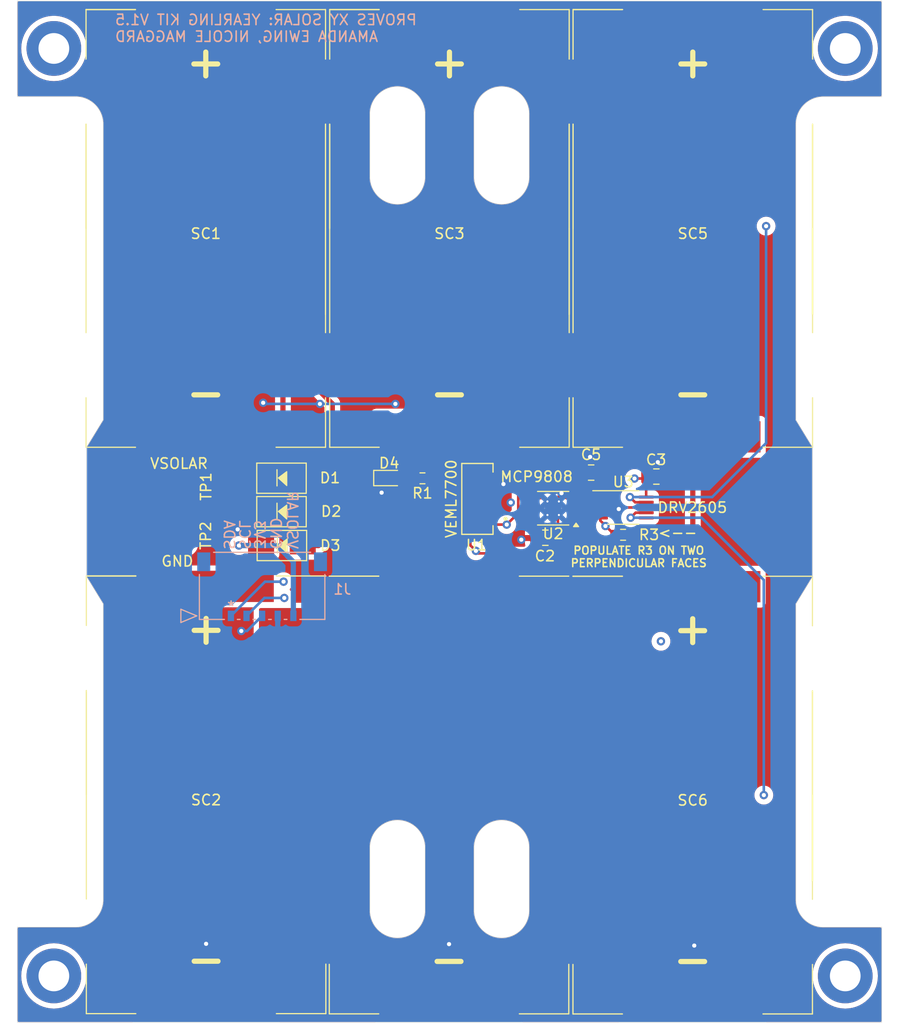
<source format=kicad_pcb>
(kicad_pcb (version 20240108) (generator "pcbnew") (generator_version "8.0")
  (title_block (title "Yearling Kit XY Faces") (date "2023-03-20") (rev "3.0"))
  (layers (0 "F.Cu" signal) (1 "In1.Cu" signal) (2 "In2.Cu" signal) (31 "B.Cu" signal) (34 "B.Paste" user) (35 "F.Paste" user) (36 "B.SilkS" user "B.Silkscreen") (37 "F.SilkS" user "F.Silkscreen") (38 "B.Mask" user) (39 "F.Mask" user) (44 "Edge.Cuts" user))
  (net 0 "")
  (net 1 "GND")
  (net 2 "+3V3")
  (net 3 "VSOLAR")
  (net 4 "Net-(U3-EN)")
  (net 5 "Net-(U3-REG)")
  (net 6 "Net-(D1-A)")
  (net 7 "Net-(D2-A)")
  (net 8 "SDA")
  (net 9 "SCL")
  (net 10 "Net-(D3-A)")
  (net 13 "Net-(D4-A)")
  (net 18 "Net-(SC1--)")
  (net 19 "Net-(SC3--)")
  (net 20 "Net-(SC5--)")
  (net 22 "Net-(U3-OUT+)")
  (footprint "SolarPanelBoards:MountingHoles" (layer "F.Cu") (at 106 70.3)
    (property "Reference" "J2" (at 0.54 0.01 0) (layer "F.SilkS"))
    (property "Value" "Conn_01x01")
    (pad "1" thru_hole circle (at 0.5 0) (size 5.25 5.25) (drill 2.95) (layers "*.Cu" "*.Mask"))
  )
  (footprint "SolarPanelBoards:MountingHoles" (layer "F.Cu") (at 106 159.3)
    (property "Reference" "J3" (at 0.42 0.13 0) (layer "F.SilkS"))
    (property "Value" "Conn_01x01")
    (pad "1" thru_hole circle (at 0.5 0) (size 5.25 5.25) (drill 2.95) (layers "*.Cu" "*.Mask"))
  )
  (footprint "SolarPanelBoards:MountingHoles" (layer "F.Cu") (at 183 70.3)
    (property "Reference" "J4" (at -0.4 0.08 0) (layer "F.SilkS"))
    (property "Value" "Conn_01x01")
    (pad "1" thru_hole circle (at -0.5 0) (size 5.25 5.25) (drill 2.95) (layers "*.Cu" "*.Mask"))
  )
  (footprint "SolarPanelBoards:MountingHoles" (layer "F.Cu") (at 183 159.3)
    (property "Reference" "J5" (at -0.62 0.07 0) (layer "F.SilkS"))
    (property "Value" "Conn_01x01")
    (pad "1" thru_hole circle (at -0.5 0) (size 5.25 5.25) (drill 2.95) (layers "*.Cu" "*.Mask"))
  )
  (footprint "LOGO" (layer "F.Cu") (at 145.2 139.3)
    (property "Reference" "G***" (hide yes))
    (property "Value" "LOGO" (hide yes))
  )
  (footprint "Package_SO:MSOP-8-1EP_3x3mm_P0.65mm_EP1.5x1.8mm_ThermalVias" (layer "F.Cu") (at 154.45 114.42 180)
    (property "Reference" "U2" (at 0 -2.45 0) (layer "F.SilkS"))
    (property "Value" "MCP9808_DFN")
    (fp_line (start 0 1.61) (end 1.5 1.61) (stroke (width 0.12)) (layer "F.SilkS"))
    (fp_line (start 0 1.61) (end -1.5 1.61) (stroke (width 0.12)) (layer "F.SilkS"))
    (fp_line (start 0 -1.61) (end 1.5 -1.61) (stroke (width 0.12)) (layer "F.SilkS"))
    (fp_line (start 0 -1.61) (end -1.5 -1.61) (stroke (width 0.12)) (layer "F.SilkS"))
    (fp_poly (pts (xy -2.2 -1.435) (xy -2.44 -1.765) (xy -1.96 -1.765) (xy -2.2 -1.435)) (stroke (width 0.12)) (fill solid) (layer "F.SilkS"))
    (pad "1" smd roundrect (at -2.1125 -0.975 180) (size 1.575 0.4) (layers "F.Cu" "F.Paste" "F.Mask") (net 8 "SDA"))
    (pad "2" smd roundrect (at -2.1125 -0.325 180) (size 1.575 0.4) (layers "F.Cu" "F.Paste" "F.Mask") (net 9 "SCL"))
    (pad "3" smd roundrect (at -2.1125 0.325 180) (size 1.575 0.4) (layers "F.Cu" "F.Paste" "F.Mask"))
    (pad "4" smd roundrect (at -2.1125 0.975 180) (size 1.575 0.4) (layers "F.Cu" "F.Paste" "F.Mask") (net 1 "GND"))
    (pad "5" smd roundrect (at 2.1125 0.975 180) (size 1.575 0.4) (layers "F.Cu" "F.Paste" "F.Mask") (net 1 "GND"))
    (pad "6" smd roundrect (at 2.1125 0.325 180) (size 1.575 0.4) (layers "F.Cu" "F.Paste" "F.Mask") (net 2 "+3V3"))
    (pad "7" smd roundrect (at 2.1125 -0.325 180) (size 1.575 0.4) (layers "F.Cu" "F.Paste" "F.Mask") (net 2 "+3V3"))
    (pad "8" smd roundrect (at 2.1125 -0.975 180) (size 1.575 0.4) (layers "F.Cu" "F.Paste" "F.Mask") (net 2 "+3V3"))
    (pad "9" thru_hole circle (at -0.55 -0.65 180) (size 0.5 0.5) (drill 0.2) (property pad_prop_heatsink) (layers "*.Cu") (net 1 "GND"))
    (pad "9" thru_hole circle (at -0.55 0.65 180) (size 0.5 0.5) (drill 0.2) (property pad_prop_heatsink) (layers "*.Cu") (net 1 "GND"))
    (pad "9" smd rect (at 0 0 180) (size 1.5 1.8) (property pad_prop_heatsink) (layers "F.Cu" "F.Mask") (net 1 "GND"))
    (pad "9" smd rect (at 0 0 180) (size 1.6 1.8) (property pad_prop_heatsink) (layers "B.Cu") (net 1 "GND"))
    (pad "9" thru_hole circle (at 0.55 -0.65 180) (size 0.5 0.5) (drill 0.2) (property pad_prop_heatsink) (layers "*.Cu") (net 1 "GND"))
    (pad "9" thru_hole circle (at 0.55 0.65 180) (size 0.5 0.5) (drill 0.2) (property pad_prop_heatsink) (layers "*.Cu") (net 1 "GND"))
  )
  (footprint "SolarPanelBoards:KXOB101K08F-TR" (layer "F.Cu") (at 167.86 87.57)
    (property "Reference" "SC5" (at 0 0.5 0) (layer "F.SilkS"))
    (property "Value" "SM101K07TF")
    (fp_line (start -11.5 -21) (end -11.5 -16.25) (stroke (width 0.12)) (layer "F.SilkS"))
    (fp_line (start -11.5 -21) (end -6.75 -21) (stroke (width 0.12)) (layer "F.SilkS"))
    (fp_line (start -11.5 -10) (end -11.5 10) (stroke (width 0.12)) (layer "F.SilkS"))
    (fp_line (start -11.5 0) (end -11.5 -10) (stroke (width 0.12)) (layer "F.SilkS"))
    (fp_line (start -11.5 21) (end -11.5 16.25) (stroke (width 0.12)) (layer "F.SilkS"))
    (fp_line (start -11.5 21) (end -6.75 21) (stroke (width 0.12)) (layer "F.SilkS"))
    (fp_line (start -6.75 -21) (end -11.5 -21) (stroke (width 0.12)) (layer "F.SilkS"))
    (fp_line (start 6.75 -21) (end 11.5 -21) (stroke (width 0.12)) (layer "F.SilkS"))
    (fp_line (start 6.75 21) (end 11.5 21) (stroke (width 0.12)) (layer "F.SilkS"))
    (fp_line (start 11.5 -21) (end 11.5 -16.25) (stroke (width 0.12)) (layer "F.SilkS"))
    (fp_line (start 11.5 -10) (end 11.5 8.25) (stroke (width 0.12)) (layer "F.SilkS"))
    (fp_line (start 11.5 0) (end 11.5 -10) (stroke (width 0.12)) (layer "F.SilkS"))
    (fp_line (start 11.5 0) (end 11.5 10) (stroke (width 0.12)) (layer "F.SilkS"))
    (fp_line (start 11.5 8.25) (end 11.5 0) (stroke (width 0.12)) (layer "F.SilkS"))
    (fp_line (start 11.5 21) (end 11.5 16.25) (stroke (width 0.12)) (layer "F.SilkS"))
    (fp_text user "+" (at 0 -16 0) (layer "F.SilkS") (effects (font (size 3 3) (thickness 0.5))))
    (fp_text user "-" (at 0 15.75 0) (layer "F.SilkS") (effects (font (size 3 3) (thickness 0.5))))
    (pad "1" smd rect (at 0 -20) (size 13 3) (layers "F.Cu" "F.Paste" "F.Mask") (net 10 "Net-(D3-A)"))
    (pad "2" smd rect (at 0 20) (size 13 3) (layers "F.Cu" "F.Paste" "F.Mask") (net 20 "Net-(SC5--)"))
  )
  (footprint "SolarPanelBoards:Test Pad" (layer "F.Cu") (at 118.37 112.45 90)
    (property "Reference" "TP1" (at 0.11 2.75 90) (layer "F.SilkS"))
    (property "Value" "TestPoint")
    (pad "1" smd roundrect (at 0 0 90) (size 3 3) (layers "F.Cu" "F.Paste" "F.Mask") (net 3 "VSOLAR"))
  )
  (footprint "SolarPanelBoards:DO-214AC" (layer "F.Cu") (at 128.4 118)
    (property "Reference" "D3" (at 4.65 0 0) (layer "F.SilkS"))
    (property "Value" "CDBA240LL-HF")
    (fp_line (start -2.375 -1.45) (end 2.375 -1.45) (stroke (width 0.12)) (layer "F.SilkS"))
    (fp_line (start -2.375 1.45) (end -2.375 -1.45) (stroke (width 0.12)) (layer "F.SilkS"))
    (fp_line (start -2.375 1.45) (end 2.375 1.45) (stroke (width 0.12)) (layer "F.SilkS"))
    (fp_line (start -0.4318 -0.8128) (end -0.4318 0.7366) (stroke (width 0.12)) (layer "F.SilkS"))
    (fp_line (start 2.375 1.45) (end 2.375 -1.45) (stroke (width 0.12)) (layer "F.SilkS"))
    (fp_poly (pts (xy 0.508 0.7112) (xy -0.3048 -0.0254) (xy 0.508 -0.635)) (stroke (width 0.1)) (fill solid) (layer "F.SilkS"))
    (pad "1" smd rect (at -2 0) (size 2.5 1.7) (layers "F.Cu" "F.Paste" "F.Mask") (net 3 "VSOLAR"))
    (pad "2" smd rect (at 2 0) (size 2.5 1.7) (layers "F.Cu" "F.Paste" "F.Mask") (net 10 "Net-(D3-A)"))
  )
  (footprint "SolarPanelBoards:Test Pad" (layer "F.Cu") (at 118.36 117.05 90)
    (property "Reference" "TP2" (at 0 2.73 90) (layer "F.SilkS"))
    (property "Value" "TestPoint")
    (pad "1" smd roundrect (at 0 0 90) (size 3 3) (layers "F.Cu" "F.Paste" "F.Mask") (net 1 "GND"))
  )
  (footprint "SolarPanelBoards:DO-214AC" (layer "F.Cu") (at 128.36 111.54)
    (property "Reference" "D1" (at 4.66 -0.03 0) (layer "F.SilkS"))
    (property "Value" "CDBA240LL-HF")
    (fp_line (start -2.375 -1.45) (end 2.375 -1.45) (stroke (width 0.12)) (layer "F.SilkS"))
    (fp_line (start -2.375 1.45) (end -2.375 -1.45) (stroke (width 0.12)) (layer "F.SilkS"))
    (fp_line (start -2.375 1.45) (end 2.375 1.45) (stroke (width 0.12)) (layer "F.SilkS"))
    (fp_line (start -0.4318 -0.8128) (end -0.4318 0.7366) (stroke (width 0.12)) (layer "F.SilkS"))
    (fp_line (start 2.375 1.45) (end 2.375 -1.45) (stroke (width 0.12)) (layer "F.SilkS"))
    (fp_poly (pts (xy 0.508 0.7112) (xy -0.3048 -0.0254) (xy 0.508 -0.635)) (stroke (width 0.1)) (fill solid) (layer "F.SilkS"))
    (pad "1" smd rect (at -2 0) (size 2.5 1.7) (layers "F.Cu" "F.Paste" "F.Mask") (net 3 "VSOLAR"))
    (pad "2" smd rect (at 2 0) (size 2.5 1.7) (layers "F.Cu" "F.Paste" "F.Mask") (net 6 "Net-(D1-A)"))
  )
  (footprint "SolarPanelBoards:KXOB101K08F-TR" (layer "F.Cu") (at 144.49 87.57)
    (property "Reference" "SC3" (at 0 0.5 0) (layer "F.SilkS"))
    (property "Value" "SM101K07TF")
    (fp_line (start -11.5 -21) (end -11.5 -16.25) (stroke (width 0.12)) (layer "F.SilkS"))
    (fp_line (start -11.5 -21) (end -6.75 -21) (stroke (width 0.12)) (layer "F.SilkS"))
    (fp_line (start -11.5 -10) (end -11.5 10) (stroke (width 0.12)) (layer "F.SilkS"))
    (fp_line (start -11.5 0) (end -11.5 -10) (stroke (width 0.12)) (layer "F.SilkS"))
    (fp_line (start -11.5 21) (end -11.5 16.25) (stroke (width 0.12)) (layer "F.SilkS"))
    (fp_line (start -11.5 21) (end -6.75 21) (stroke (width 0.12)) (layer "F.SilkS"))
    (fp_line (start -6.75 -21) (end -11.5 -21) (stroke (width 0.12)) (layer "F.SilkS"))
    (fp_line (start 6.75 -21) (end 11.5 -21) (stroke (width 0.12)) (layer "F.SilkS"))
    (fp_line (start 6.75 21) (end 11.5 21) (stroke (width 0.12)) (layer "F.SilkS"))
    (fp_line (start 11.5 -21) (end 11.5 -16.25) (stroke (width 0.12)) (layer "F.SilkS"))
    (fp_line (start 11.5 -10) (end 11.5 8.25) (stroke (width 0.12)) (layer "F.SilkS"))
    (fp_line (start 11.5 0) (end 11.5 -10) (stroke (width 0.12)) (layer "F.SilkS"))
    (fp_line (start 11.5 0) (end 11.5 10) (stroke (width 0.12)) (layer "F.SilkS"))
    (fp_line (start 11.5 8.25) (end 11.5 0) (stroke (width 0.12)) (layer "F.SilkS"))
    (fp_line (start 11.5 21) (end 11.5 16.25) (stroke (width 0.12)) (layer "F.SilkS"))
    (fp_text user "-" (at 0 15.75 0) (layer "F.SilkS") (effects (font (size 3 3) (thickness 0.5))))
    (fp_text user "+" (at 0 -16 0) (layer "F.SilkS") (effects (font (size 3 3) (thickness 0.5))))
    (pad "1" smd rect (at 0 -20) (size 13 3) (layers "F.Cu" "F.Paste" "F.Mask") (net 7 "Net-(D2-A)"))
    (pad "2" smd rect (at 0 20) (size 13 3) (layers "F.Cu" "F.Paste" "F.Mask") (net 19 "Net-(SC3--)"))
  )
  (footprint "LOGO" (layer "F.Cu") (at 150.9 135.3)
    (property "Reference" "G***" (hide yes))
    (property "Value" "LOGO" (hide yes))
  )
  (footprint "SolarPanelBoards:KXOB101K08F-TR" (layer "F.Cu") (at 144.45 141.94)
    (property "Reference" "SC4" (hide yes))
    (property "Value" "SM101K07TF")
    (fp_line (start -11.5 -21) (end -6.75 -21) (stroke (width 0.12)) (layer "F.SilkS"))
    (fp_line (start -11.5 21) (end -11.5 16.25) (stroke (width 0.12)) (layer "F.SilkS"))
    (fp_line (start -11.5 21) (end -6.75 21) (stroke (width 0.12)) (layer "F.SilkS"))
    (fp_line (start -6.75 -21) (end -11.5 -21) (stroke (width 0.12)) (layer "F.SilkS"))
    (fp_line (start 6.75 -21) (end 11.5 -21) (stroke (width 0.12)) (layer "F.SilkS"))
    (fp_line (start 6.75 21) (end 11.5 21) (stroke (width 0.12)) (layer "F.SilkS"))
    (fp_line (start 11.5 21) (end 11.5 16.25) (stroke (width 0.12)) (layer "F.SilkS"))
    (fp_text user "-" (at 0 15.75 0) (layer "F.SilkS") (effects (font (size 3 3) (thickness 0.5))))
    (pad "1" smd rect (at 0 -20) (size 13 3) (layers "F.Cu" "F.Paste" "F.Mask") (net 19 "Net-(SC3--)"))
    (pad "2" smd rect (at 0 20) (size 13 3) (layers "F.Cu" "F.Paste" "F.Mask") (net 1 "GND"))
  )
  (footprint "SolarPanelBoards:KXOB101K08F-TR" (layer "F.Cu") (at 121.12 141.92)
    (property "Reference" "SC2" (at 0 0.5 0) (layer "F.SilkS"))
    (property "Value" "SM101K07TF")
    (fp_line (start -11.5 -21) (end -11.5 -16.25) (stroke (width 0.12)) (layer "F.SilkS"))
    (fp_line (start -11.5 -21) (end -6.75 -21) (stroke (width 0.12)) (layer "F.SilkS"))
    (fp_line (start -11.5 -10) (end -11.5 10) (stroke (width 0.12)) (layer "F.SilkS"))
    (fp_line (start -11.5 0) (end -11.5 -10) (stroke (width 0.12)) (layer "F.SilkS"))
    (fp_line (start -11.5 21) (end -11.5 16.25) (stroke (width 0.12)) (layer "F.SilkS"))
    (fp_line (start -11.5 21) (end -6.75 21) (stroke (width 0.12)) (layer "F.SilkS"))
    (fp_line (start -6.75 -21) (end -11.5 -21) (stroke (width 0.12)) (layer "F.SilkS"))
    (fp_line (start 6.75 -21) (end 11.5 -21) (stroke (width 0.12)) (layer "F.SilkS"))
    (fp_line (start 6.75 21) (end 11.5 21) (stroke (width 0.12)) (layer "F.SilkS"))
    (fp_line (start 11.5 21) (end 11.5 16.25) (stroke (width 0.12)) (layer "F.SilkS"))
    (fp_text user "+" (at 0 -16 0) (layer "F.SilkS") (effects (font (size 3 3) (thickness 0.5))))
    (fp_text user "-" (at 0 15.75 0) (layer "F.SilkS") (effects (font (size 3 3) (thickness 0.5))))
    (pad "1" smd rect (at 0 -20) (size 13 3) (layers "F.Cu" "F.Paste" "F.Mask") (net 18 "Net-(SC1--)"))
    (pad "2" smd rect (at 0 20) (size 13 3) (layers "F.Cu" "F.Paste" "F.Mask") (net 1 "GND"))
  )
  (footprint "SolarPanelBoards:DO-214AC" (layer "F.Cu") (at 128.36 114.75)
    (property "Reference" "D2" (at 4.77 -0.02 0) (layer "F.SilkS"))
    (property "Value" "CDBA240LL-HF")
    (fp_line (start -2.375 -1.45) (end 2.375 -1.45) (stroke (width 0.12)) (layer "F.SilkS"))
    (fp_line (start -2.375 1.45) (end -2.375 -1.45) (stroke (width 0.12)) (layer "F.SilkS"))
    (fp_line (start -2.375 1.45) (end 2.375 1.45) (stroke (width 0.12)) (layer "F.SilkS"))
    (fp_line (start -0.4318 -0.8128) (end -0.4318 0.7366) (stroke (width 0.12)) (layer "F.SilkS"))
    (fp_line (start 2.375 1.45) (end 2.375 -1.45) (stroke (width 0.12)) (layer "F.SilkS"))
    (fp_poly (pts (xy 0.508 0.7112) (xy -0.3048 -0.0254) (xy 0.508 -0.635)) (stroke (width 0.1)) (fill solid) (layer "F.SilkS"))
    (pad "1" smd rect (at -2 0) (size 2.5 1.7) (layers "F.Cu" "F.Paste" "F.Mask") (net 3 "VSOLAR"))
    (pad "2" smd rect (at 2 0) (size 2.5 1.7) (layers "F.Cu" "F.Paste" "F.Mask") (net 7 "Net-(D2-A)"))
  )
  (footprint "SolarPanelBoards:KXOB101K08F-TR" (layer "F.Cu") (at 167.85 141.95)
    (property "Reference" "SC6" (at 0 0.5 0) (layer "F.SilkS"))
    (property "Value" "SM101K07TF")
    (fp_line (start -11.5 -21) (end -6.75 -21) (stroke (width 0.12)) (layer "F.SilkS"))
    (fp_line (start -11.5 21) (end -11.5 16.25) (stroke (width 0.12)) (layer "F.SilkS"))
    (fp_line (start -11.5 21) (end -6.75 21) (stroke (width 0.12)) (layer "F.SilkS"))
    (fp_line (start -6.75 -21) (end -11.5 -21) (stroke (width 0.12)) (layer "F.SilkS"))
    (fp_line (start 6.75 -21) (end 11.5 -21) (stroke (width 0.12)) (layer "F.SilkS"))
    (fp_line (start 6.75 21) (end 11.5 21) (stroke (width 0.12)) (layer "F.SilkS"))
    (fp_line (start 11.5 -21) (end 11.5 -16.25) (stroke (width 0.12)) (layer "F.SilkS"))
    (fp_line (start 11.5 -10) (end 11.5 8.25) (stroke (width 0.12)) (layer "F.SilkS"))
    (fp_line (start 11.5 0) (end 11.5 -10) (stroke (width 0.12)) (layer "F.SilkS"))
    (fp_line (start 11.5 0) (end 11.5 10) (stroke (width 0.12)) (layer "F.SilkS"))
    (fp_line (start 11.5 8.25) (end 11.5 0) (stroke (width 0.12)) (layer "F.SilkS"))
    (fp_line (start 11.5 21) (end 11.5 16.25) (stroke (width 0.12)) (layer "F.SilkS"))
    (fp_text user "-" (at 0 15.75 0) (layer "F.SilkS") (effects (font (size 3 3) (thickness 0.5))))
    (fp_text user "+" (at 0 -16 0) (layer "F.SilkS") (effects (font (size 3 3) (thickness 0.5))))
    (pad "1" smd rect (at 0 -20) (size 13 3) (layers "F.Cu" "F.Paste" "F.Mask") (net 20 "Net-(SC5--)"))
    (pad "2" smd rect (at 0 20) (size 13 3) (layers "F.Cu" "F.Paste" "F.Mask") (net 1 "GND"))
  )
  (footprint "Capacitor_SMD:C_0805_2012Metric" (layer "F.Cu") (at 153.7 117.25)
    (property "Reference" "C2" (at -0.04 1.76 0) (layer "F.SilkS"))
    (property "Value" "1uF")
    (fp_line (start -0.261252 -0.735) (end 0.261252 -0.735) (stroke (width 0.12)) (layer "F.SilkS"))
    (fp_line (start -0.261252 0.735) (end 0.261252 0.735) (stroke (width 0.12)) (layer "F.SilkS"))
    (pad "1" smd roundrect (at -0.95 0) (size 1 1.45) (layers "F.Cu" "F.Paste" "F.Mask") (net 2 "+3V3"))
    (pad "2" smd roundrect (at 0.95 0) (size 1 1.45) (layers "F.Cu" "F.Paste" "F.Mask") (net 1 "GND"))
  )
  (footprint "Capacitor_SMD:C_0805_2012Metric" (layer "F.Cu") (at 158.1 111 180)
    (property "Reference" "C5" (at 0.01 1.72 0) (layer "F.SilkS"))
    (property "Value" "1uF")
    (fp_line (start -0.261252 0.735) (end 0.261252 0.735) (stroke (width 0.12)) (layer "F.SilkS"))
    (fp_line (start -0.261252 -0.735) (end 0.261252 -0.735) (stroke (width 0.12)) (layer "F.SilkS"))
    (pad "1" smd roundrect (at -0.95 0 180) (size 1 1.45) (layers "F.Cu" "F.Paste" "F.Mask") (net 5 "Net-(U3-REG)"))
    (pad "2" smd roundrect (at 0.95 0 180) (size 1 1.45) (layers "F.Cu" "F.Paste" "F.Mask") (net 1 "GND"))
  )
  (footprint "LOGO" (layer "F.Cu") (at 157.5 139.6)
    (property "Reference" "G***" (hide yes))
    (property "Value" "LOGO" (hide yes))
  )
  (footprint "VEML7700-TT:XDCR_VEML7700-TT" (layer "F.Cu") (at 147.175 113.525 180)
    (property "Reference" "U1" (at 0.095 -4.435 0) (layer "F.SilkS"))
    (property "Value" "VEML7700")
    (fp_line (start 1.5 3.4) (end -1.5 3.4) (stroke (width 0.127)) (layer "F.SilkS"))
    (fp_line (start 1.5 -3.4) (end 1.5 3.4) (stroke (width 0.127)) (layer "F.SilkS"))
    (fp_line (start -1.5 3.4) (end -1.5 2.575) (stroke (width 0.127)) (layer "F.SilkS"))
    (fp_line (start -1.5 -2.575) (end -1.5 -3.4) (stroke (width 0.127)) (layer "F.SilkS"))
    (fp_line (start -1.5 -3.4) (end 1.5 -3.4) (stroke (width 0.127)) (layer "F.SilkS"))
    (fp_circle (center -2.7 -1.905) (end -2.6 -1.905) (stroke (width 0.2)) (fill none) (layer "F.SilkS"))
    (pad "1" smd rect (at -0.9 -1.905 180) (size 1.6 0.7) (layers "F.Cu" "F.Paste" "F.Mask") (net 9 "SCL"))
    (pad "2" smd rect (at -0.9 -0.635 180) (size 1.6 0.7) (layers "F.Cu" "F.Paste" "F.Mask") (net 2 "+3V3"))
    (pad "3" smd rect (at -0.9 0.635 180) (size 1.6 0.7) (layers "F.Cu" "F.Paste" "F.Mask") (net 1 "GND"))
    (pad "4" smd rect (at -0.9 1.905 180) (size 1.6 0.7) (layers "F.Cu" "F.Paste" "F.Mask") (net 8 "SDA"))
  )
  (footprint "LOGO" (layer "F.Cu") (at 157.2 130.2)
    (property "Reference" "G***" (hide yes))
    (property "Value" "LOGO" (hide yes))
  )
  (footprint "LOGO" (layer "F.Cu") (at 145.382288 129.666346)
    (property "Reference" "G***" (hide yes))
    (property "Value" "LOGO" (hide yes))
  )
  (footprint "Resistor_SMD:R_0603_1608Metric" (layer "F.Cu") (at 161.165 116.97 180)
    (property "Reference" "R3" (at -2.495 0 0) (layer "F.SilkS"))
    (property "Value" "0-Ohm")
    (fp_line (start -0.237258 0.5225) (end 0.237258 0.5225) (stroke (width 0.12)) (layer "F.SilkS"))
    (fp_line (start -0.237258 -0.5225) (end 0.237258 -0.5225) (stroke (width 0.12)) (layer "F.SilkS"))
    (pad "1" smd roundrect (at -0.825 0 180) (size 0.8 0.95) (layers "F.Cu" "F.Paste" "F.Mask") (net 2 "+3V3"))
    (pad "2" smd roundrect (at 0.825 0 180) (size 0.8 0.95) (layers "F.Cu" "F.Paste" "F.Mask") (net 4 "Net-(U3-EN)"))
  )
  (footprint "Capacitor_SMD:C_0805_2012Metric" (layer "F.Cu") (at 164.36 111.38)
    (property "Reference" "C3" (at -0.02 -1.61 180) (layer "F.SilkS"))
    (property "Value" "1uF")
    (fp_line (start -0.261252 -0.735) (end 0.261252 -0.735) (stroke (width 0.12)) (layer "F.SilkS"))
    (fp_line (start -0.261252 0.735) (end 0.261252 0.735) (stroke (width 0.12)) (layer "F.SilkS"))
    (pad "1" smd roundrect (at -0.95 0) (size 1 1.45) (layers "F.Cu" "F.Paste" "F.Mask") (net 4 "Net-(U3-EN)"))
    (pad "2" smd roundrect (at 0.95 0) (size 1 1.45) (layers "F.Cu" "F.Paste" "F.Mask") (net 1 "GND"))
  )
  (footprint "LED_SMD:LED_0603_1608Metric" (layer "F.Cu") (at 138.7 111.525)
    (property "Reference" "D4" (at 0 -1.43 0) (layer "F.SilkS"))
    (property "Value" "CQY99")
    (fp_line (start -1.485 -0.735) (end -1.485 0.735) (stroke (width 0.12)) (layer "F.SilkS"))
    (fp_line (start -1.485 0.735) (end 0.8 0.735) (stroke (width 0.12)) (layer "F.SilkS"))
    (fp_line (start 0.8 -0.735) (end -1.485 -0.735) (stroke (width 0.12)) (layer "F.SilkS"))
    (pad "1" smd roundrect (at -0.7875 0) (size 0.875 0.95) (layers "F.Cu" "F.Paste" "F.Mask") (net 1 "GND"))
    (pad "2" smd roundrect (at 0.7875 0) (size 0.875 0.95) (layers "F.Cu" "F.Paste" "F.Mask") (net 13 "Net-(D4-A)"))
  )
  (footprint "LOGO" (layer "F.Cu") (at 134.175 134.325)
    (property "Reference" "G***" (hide yes))
    (property "Value" "LOGO" (hide yes))
  )
  (footprint "SolarPanelBoards:KXOB101K08F-TR" (layer "F.Cu") (at 121.09 87.57)
    (property "Reference" "SC1" (at 0 0.5 0) (layer "F.SilkS"))
    (property "Value" "SM101K07TF")
    (fp_line (start -11.5 -21) (end -11.5 -16.25) (stroke (width 0.12)) (layer "F.SilkS"))
    (fp_line (start -11.5 -21) (end -6.75 -21) (stroke (width 0.12)) (layer "F.SilkS"))
    (fp_line (start -11.5 -10) (end -11.5 10) (stroke (width 0.12)) (layer "F.SilkS"))
    (fp_line (start -11.5 0) (end -11.5 -10) (stroke (width 0.12)) (layer "F.SilkS"))
    (fp_line (start -11.5 21) (end -11.5 16.25) (stroke (width 0.12)) (layer "F.SilkS"))
    (fp_line (start -11.5 21) (end -6.75 21) (stroke (width 0.12)) (layer "F.SilkS"))
    (fp_line (start -6.75 -21) (end -11.5 -21) (stroke (width 0.12)) (layer "F.SilkS"))
    (fp_line (start 6.75 -21) (end 11.5 -21) (stroke (width 0.12)) (layer "F.SilkS"))
    (fp_line (start 6.75 21) (end 11.5 21) (stroke (width 0.12)) (layer "F.SilkS"))
    (fp_line (start 11.5 -21) (end 11.5 -16.25) (stroke (width 0.12)) (layer "F.SilkS"))
    (fp_line (start 11.5 -10) (end 11.5 8.25) (stroke (width 0.12)) (layer "F.SilkS"))
    (fp_line (start 11.5 0) (end 11.5 -10) (stroke (width 0.12)) (layer "F.SilkS"))
    (fp_line (start 11.5 0) (end 11.5 10) (stroke (width 0.12)) (layer "F.SilkS"))
    (fp_line (start 11.5 8.25) (end 11.5 0) (stroke (width 0.12)) (layer "F.SilkS"))
    (fp_line (start 11.5 21) (end 11.5 16.25) (stroke (width 0.12)) (layer "F.SilkS"))
    (fp_text user "+" (at 0 -16 0) (layer "F.SilkS") (effects (font (size 3 3) (thickness 0.5))))
    (fp_text user "-" (at 0 15.75 0) (layer "F.SilkS") (effects (font (size 3 3) (thickness 0.5))))
    (pad "1" smd rect (at 0 -20) (size 13 3) (layers "F.Cu" "F.Paste" "F.Mask") (net 6 "Net-(D1-A)"))
    (pad "2" smd rect (at 0 20) (size 13 3) (layers "F.Cu" "F.Paste" "F.Mask") (net 18 "Net-(SC1--)"))
  )
  (footprint "Resistor_SMD:R_0603_1608Metric" (layer "F.Cu") (at 141.9 111.55 180)
    (property "Reference" "R1" (at 0 -1.43 0) (layer "F.SilkS"))
    (property "Value" "1k")
    (fp_line (start -0.237258 0.5225) (end 0.237258 0.5225) (stroke (width 0.12)) (layer "F.SilkS"))
    (fp_line (start -0.237258 -0.5225) (end 0.237258 -0.5225) (stroke (width 0.12)) (layer "F.SilkS"))
    (pad "1" smd roundrect (at -0.825 0 180) (size 0.8 0.95) (layers "F.Cu" "F.Paste" "F.Mask") (net 2 "+3V3"))
    (pad "2" smd roundrect (at 0.825 0 180) (size 0.8 0.95) (layers "F.Cu" "F.Paste" "F.Mask") (net 13 "Net-(D4-A)"))
  )
  (footprint "Package_SO:VSSOP-10_3x3mm_P0.5mm" (layer "F.Cu") (at 161.18 114.35)
    (property "Reference" "U3" (at 0 -2.45 0) (layer "F.SilkS"))
    (property "Value" "DRV2605LDGS")
    (fp_line (start 0 -1.61) (end -2.925 -1.61) (stroke (width 0.12)) (layer "F.SilkS"))
    (fp_line (start 0 -1.61) (end 1.5 -1.61) (stroke (width 0.12)) (layer "F.SilkS"))
    (fp_line (start 0 1.61) (end -1.5 1.61) (stroke (width 0.12)) (layer "F.SilkS"))
    (fp_line (start 0 1.61) (end 1.5 1.61) (stroke (width 0.12)) (layer "F.SilkS"))
    (pad "1" smd roundrect (at -2.2 -1) (size 1.45 0.3) (layers "F.Cu" "F.Paste" "F.Mask") (net 5 "Net-(U3-REG)"))
    (pad "2" smd roundrect (at -2.2 -0.5) (size 1.45 0.3) (layers "F.Cu" "F.Paste" "F.Mask") (net 9 "SCL"))
    (pad "3" smd roundrect (at -2.2 0) (size 1.45 0.3) (layers "F.Cu" "F.Paste" "F.Mask") (net 8 "SDA"))
    (pad "4" smd roundrect (at -2.2 0.5) (size 1.45 0.3) (layers "F.Cu" "F.Paste" "F.Mask") (net 1 "GND"))
    (pad "5" smd roundrect (at -2.2 1) (size 1.45 0.3) (layers "F.Cu" "F.Paste" "F.Mask") (net 4 "Net-(U3-EN)"))
    (pad "6" smd roundrect (at 2.2 1) (size 1.45 0.3) (layers "F.Cu" "F.Paste" "F.Mask"))
    (pad "7" smd roundrect (at 2.2 0.5) (size 1.45 0.3) (layers "F.Cu" "F.Paste" "F.Mask") (net 22 "Net-(U3-OUT+)"))
    (pad "8" smd roundrect (at 2.2 0) (size 1.45 0.3) (layers "F.Cu" "F.Paste" "F.Mask") (net 1 "GND"))
    (pad "9" smd roundrect (at 2.2 -0.5) (size 1.45 0.3) (layers "F.Cu" "F.Paste" "F.Mask") (net 22 "Net-(U3-OUT+)"))
    (pad "10" smd roundrect (at 2.2 -1) (size 1.45 0.3) (layers "F.Cu" "F.Paste" "F.Mask") (net 4 "Net-(U3-EN)"))
  )
  (footprint "SolarPanelBoards:CON_5040500591" (layer "B.Cu") (at 123.5 124.75 180)
    (property "Reference" "J1" (at -10.7 2.55 180) (layer "B.SilkS") (effects (justify mirror)))
    (property "Value" "CON-5040500591" (hide yes))
    (fp_line (start 4.802987 0.635) (end 4.802987 -0.635) (stroke (width 0.12)) (layer "B.SilkS"))
    (fp_line (start 4.802987 -0.635) (end 3.278987 0) (stroke (width 0.12)) (layer "B.SilkS"))
    (fp_line (start 3.278987 0) (end 4.802987 0.635) (stroke (width 0.12)) (layer "B.SilkS"))
    (fp_line (start 3.024988 -0.34) (end 3.024988 3.96996) (stroke (width 0.12)) (layer "B.SilkS"))
    (fp_line (start 1.660115 6.1) (end -7.660116 6.1) (stroke (width 0.12)) (layer "B.SilkS"))
    (fp_line (start 0.62004 -0.34) (end 3.024988 -0.34) (stroke (width 0.12)) (layer "B.SilkS"))
    (fp_line (start -0.87996 -0.34) (end -0.62004 -0.34) (stroke (width 0.12)) (layer "B.SilkS"))
    (fp_line (start -2.379959 -0.34) (end -2.12004 -0.34) (stroke (width 0.12)) (layer "B.SilkS"))
    (fp_line (start -3.879961 -0.34) (end -3.620039 -0.34) (stroke (width 0.12)) (layer "B.SilkS"))
    (fp_line (start -5.379961 -0.34) (end -5.120041 -0.34) (stroke (width 0.12)) (layer "B.SilkS"))
    (fp_line (start -9.024989 3.96996) (end -9.024989 -0.34) (stroke (width 0.12)) (layer "B.SilkS"))
    (fp_line (start -9.024989 -0.34) (end -6.620041 -0.34) (stroke (width 0.12)) (layer "B.SilkS"))
    (fp_text user "*" (at -0.02 0.88 180) (layer "B.SilkS") (effects (justify mirror)))
    (pad "1" smd rect (at 0 0 180) (size 0.6 1) (layers "B.Cu" "B.Paste" "B.Mask") (net 8 "SDA"))
    (pad "2" smd rect (at -1.5 0 180) (size 0.6 1) (layers "B.Cu" "B.Paste" "B.Mask") (net 9 "SCL"))
    (pad "3" smd rect (at -2.999999 0 180) (size 0.6 1) (layers "B.Cu" "B.Paste" "B.Mask") (net 2 "+3V3"))
    (pad "4" smd rect (at -4.500001 0 180) (size 0.6 1) (layers "B.Cu" "B.Paste" "B.Mask") (net 1 "GND"))
    (pad "5" smd rect (at -6.000001 0 180) (size 0.6 1) (layers "B.Cu" "B.Paste" "B.Mask") (net 3 "VSOLAR"))
    (pad "6" smd rect (at 2.604999 5.19 180) (size 1.25 1.8) (layers "B.Cu" "B.Paste" "B.Mask"))
    (pad "7" smd rect (at -8.604999 5.19 180) (size 1.25 1.8) (layers "B.Cu" "B.Paste" "B.Mask"))
  )
  (footprint "LOGO" (layer "B.Cu") (at 144.7 89.6 180)
    (property "Reference" "G***" (hide yes))
    (property "Value" "LOGO" (hide yes))
  )
  (gr_line (start 136.85 153) (end 136.85 147) (stroke (width 0.05)) (layer "Edge.Cuts"))
  (gr_line (start 142.15 153) (end 142.15 147) (stroke (width 0.05)) (layer "Edge.Cuts"))
  (gr_line (start 146.85 147) (end 146.85 153) (stroke (width 0.05)) (layer "Edge.Cuts"))
  (gr_line (start 152.15 153) (end 152.15 147) (stroke (width 0.05)) (layer "Edge.Cuts"))
  (gr_line (start 142.15 76.6) (end 142.15 82.6) (stroke (width 0.05)) (layer "Edge.Cuts"))
  (gr_line (start 136.85 76.6) (end 136.85 82.6) (stroke (width 0.05)) (layer "Edge.Cuts"))
  (gr_line (start 146.85 76.6) (end 146.85 82.6) (stroke (width 0.05)) (layer "Edge.Cuts"))
  (gr_line (start 152.15 76.6) (end 152.15 82.6) (stroke (width 0.05)) (layer "Edge.Cuts"))
  (gr_line (start 186 65.75) (end 103 65.75) (stroke (width 0.05)) (layer "Edge.Cuts"))
  (gr_line (start 108.58 74.92) (end 103 74.92) (stroke (width 0.05)) (layer "Edge.Cuts"))
  (gr_arc (start 108.58 74.92) (mid 110.461789 75.69114) (end 111.24 77.57) (stroke (width 0.05)) (layer "Edge.Cuts"))
  (gr_line (start 103 65.75) (end 103 74.92) (stroke (width 0.05)) (layer "Edge.Cuts"))
  (gr_line (start 103 154.62) (end 103 163.75) (stroke (width 0.05)) (layer "Edge.Cuts"))
  (gr_arc (start 142.15 82.6) (mid 139.5 85.25) (end 136.85 82.6) (stroke (width 0.05)) (layer "Edge.Cuts"))
  (gr_line (start 186 74.925) (end 180.42 74.925) (stroke (width 0.05)) (layer "Edge.Cuts"))
  (gr_arc (start 146.85 76.6) (mid 149.5 73.95) (end 152.15 76.6) (stroke (width 0.05)) (layer "Edge.Cuts"))
  (gr_line (start 186 74.925) (end 186 65.75) (stroke (width 0.05)) (layer "Edge.Cuts"))
  (gr_arc (start 136.85 76.6) (mid 139.5 73.95) (end 142.15 76.6) (stroke (width 0.05)) (layer "Edge.Cuts"))
  (gr_line (start 111.24 123.595) (end 111.24 151.97) (stroke (width 0.05)) (layer "Edge.Cuts"))
  (gr_line (start 109.65 108.545) (end 109.65 120.995) (stroke (width 0.05)) (layer "Edge.Cuts"))
  (gr_line (start 109.65 120.995) (end 111.24 123.595) (stroke (width 0.05)) (layer "Edge.Cuts"))
  (gr_line (start 103 163.75) (end 186 163.75) (stroke (width 0.05)) (layer "Edge.Cuts"))
  (gr_arc (start 136.85 147) (mid 139.5 144.35) (end 142.15 147) (stroke (width 0.05)) (layer "Edge.Cuts"))
  (gr_line (start 186 163.75) (end 186 154.625) (stroke (width 0.05)) (layer "Edge.Cuts"))
  (gr_arc (start 142.15 153) (mid 139.5 155.65) (end 136.85 153) (stroke (width 0.05)) (layer "Edge.Cuts"))
  (gr_arc (start 177.76 77.575) (mid 178.538203 75.696102) (end 180.42 74.925) (stroke (width 0.05)) (layer "Edge.Cuts"))
  (gr_line (start 109.65 108.545) (end 111.24 105.945) (stroke (width 0.05)) (layer "Edge.Cuts"))
  (gr_line (start 177.76 105.95) (end 179.35 108.55) (stroke (width 0.05)) (layer "Edge.Cuts"))
  (gr_line (start 177.76 77.575) (end 177.76 105.95) (stroke (width 0.05)) (layer "Edge.Cuts"))
  (gr_arc (start 146.85 147) (mid 149.5 144.35) (end 152.15 147) (stroke (width 0.05)) (layer "Edge.Cuts"))
  (gr_arc (start 111.24 151.97) (mid 110.461768 153.848869) (end 108.58 154.62) (stroke (width 0.05)) (layer "Edge.Cuts"))
  (gr_line (start 179.35 108.55) (end 179.35 121) (stroke (width 0.05)) (layer "Edge.Cuts"))
  (gr_arc (start 152.15 153) (mid 149.5 155.65) (end 146.85 153) (stroke (width 0.05)) (layer "Edge.Cuts"))
  (gr_line (start 111.24 77.57) (end 111.24 105.945) (stroke (width 0.05)) (layer "Edge.Cuts"))
  (gr_arc (start 180.42 154.625) (mid 178.538276 153.853824) (end 177.76 151.975) (stroke (width 0.05)) (layer "Edge.Cuts"))
  (gr_line (start 103 154.62) (end 108.58 154.62) (stroke (width 0.05)) (layer "Edge.Cuts"))
  (gr_arc (start 152.15 82.6) (mid 149.5 85.25) (end 146.85 82.6) (stroke (width 0.05)) (layer "Edge.Cuts"))
  (gr_line (start 177.76 123.6) (end 177.76 151.975) (stroke (width 0.05)) (layer "Edge.Cuts"))
  (gr_line (start 177.76 123.6) (end 179.35 121) (stroke (width 0.05)) (layer "Edge.Cuts"))
  (gr_line (start 180.42 154.625) (end 186 154.625) (stroke (width 0.05)) (layer "Edge.Cuts"))
  (gr_text "VSOLAR" (at 129.39 115.56 270) (layer "B.SilkS") (effects (font (size 1 1)) (justify mirror)))
  (gr_text "PROVES XY SOLAR: YEARLING KIT V1.5\nAMANDA EWING, NICOLE MAGGARD" (at 112.29 68.36 0) (layer "B.SilkS") (effects (font (size 1 1)) (justify right mirror)))
  (gr_text "GND" (at 127.8 116.84 270) (layer "B.SilkS") (effects (font (size 1 1)) (justify mirror)))
  (gr_text "3V3" (at 126.24 116.95 270) (layer "B.SilkS") (effects (font (size 1 1)) (justify mirror)))
  (gr_text "SDA" (at 123.33 116.97 270) (layer "B.SilkS") (effects (font (size 1 1)) (justify mirror)))
  (gr_text "SCL" (at 124.81 116.97 270) (layer "B.SilkS") (effects (font (size 1 1)) (justify mirror)))
  (gr_text "GND" (at 118.36 119.51 0) (layer "F.SilkS") (effects (font (size 1 1))))
  (gr_text "MCP9808" (at 152.86 111.4 0) (layer "F.SilkS") (effects (font (size 1 1))))
  (gr_text "<--" (at 166.41 116.76 0) (layer "F.SilkS") (effects (font (size 1 1))))
  (gr_text "VEML7700" (at 144.66 113.51 90) (layer "F.SilkS") (effects (font (size 1 1))))
  (gr_text "DRV2605" (at 167.82 114.36 0) (layer "F.SilkS") (effects (font (size 1 1))))
  (gr_text "POPULATE R3 ON TWO\nPERPENDICULAR FACES" (at 162.67 119.08 0) (layer "F.SilkS") (effects (font (size 0.75 0.75))))
  (gr_text "VSOLAR" (at 118.52 110.13 0) (layer "F.SilkS") (effects (font (size 1 1))))
  (segment (start 148.075 112.89) (end 148.885 112.89) (width 0.25) (layer "F.Cu") (net 1))
  (segment (start 156.5625 113.445) (end 155.72 113.445) (width 0.25) (layer "F.Cu") (net 1))
  (segment (start 155.25 112.975) (end 155 113.225) (width 0.25) (layer "F.Cu") (net 1))
  (segment (start 154.91 116.69) (end 154.91 114.88) (width 0.25) (layer "F.Cu") (net 1))
  (segment (start 144.45 161.94) (end 144.45 156.25) (width 0.5) (layer "F.Cu") (net 1))
  (segment (start 160.9 114.35) (end 160.75 114.5) (width 0.25) (layer "F.Cu") (net 1))
  (segment (start 154.91 114.88) (end 154.45 114.42) (width 0.25) (layer "F.Cu") (net 1))
  (segment (start 168 161.97) (end 168 156.39) (width 0.5) (layer "F.Cu") (net 1))
  (segment (start 157.15 110.35) (end 157.15 111.45) (width 0.25) (layer "F.Cu") (net 1))
  (segment (start 137.9125 112.8625) (end 137.975 112.925) (width 0.25) (layer "F.Cu") (net 1))
  (segment (start 158.98 114.85) (end 160.4 114.85) (width 0.25) (layer "F.Cu") (net 1))
  (segment (start 121.12 161.92) (end 121.12 156.22) (width 0.5) (layer "F.Cu") (net 1))
  (segment (start 155 113.225) (end 155 113.87) (width 0.25) (layer "F.Cu") (net 1))
  (segment (start 154.45 114.42) (end 153.475 113.445) (width 0.25) (layer "F.Cu") (net 1))
  (segment (start 158 109.5) (end 157.15 110.35) (width 0.25) (layer "F.Cu") (net 1))
  (segment (start 153.475 113.445) (end 152.3375 113.445) (width 0.25) (layer "F.Cu") (net 1))
  (segment (start 160.4 114.85) (end 160.75 114.5) (width 0.25) (layer "F.Cu") (net 1))
  (segment (start 155.72 113.445) (end 155.25 112.975) (width 0.25) (layer "F.Cu") (net 1))
  (segment (start 165.31 111.38) (end 165.31 110.81) (width 0.25) (layer "F.Cu") (net 1))
  (segment (start 155 113.87) (end 154.45 114.42) (width 0.25) (layer "F.Cu") (net 1))
  (segment (start 148.885 112.89) (end 149.675 112.1) (width 0.25) (layer "F.Cu") (net 1))
  (segment (start 165.31 110.81) (end 164.5 110) (width 0.25) (layer "F.Cu") (net 1))
  (segment (start 163.38 114.35) (end 160.9 114.35) (width 0.25) (layer "F.Cu") (net 1))
  (segment (start 118.36 117.05) (end 123.55 117.05) (width 0.5) (layer "F.Cu") (net 1))
  (segment (start 137.9125 111.525) (end 137.9125 112.8625) (width 0.25) (layer "F.Cu") (net 1))
  (segment (start 123.55 117.05) (end 124.15 116.45) (width 0.5) (layer "F.Cu") (net 1))
  (via (at 168 156.39) (size 0.8) (drill 0.4) (layers "F.Cu" "B.Cu") (net 1))
  (via (at 155.25 112.975) (size 0.8) (drill 0.4) (layers "F.Cu" "B.Cu") (net 1))
  (via (at 158 109.5) (size 0.8) (drill 0.4) (layers "F.Cu" "B.Cu") (net 1))
  (via (at 144.45 156.25) (size 0.8) (drill 0.4) (layers "F.Cu" "B.Cu") (net 1))
  (via (at 149.675 112.1) (size 0.8) (drill 0.4) (layers "F.Cu" "B.Cu") (net 1))
  (via (at 121.12 156.22) (size 0.8) (drill 0.4) (layers "F.Cu" "B.Cu") (net 1))
  (via (at 124.15 116.45) (size 0.8) (drill 0.4) (layers "F.Cu" "B.Cu") (net 1))
  (via (at 137.975 112.925) (size 0.8) (drill 0.4) (layers "F.Cu" "B.Cu") (net 1))
  (via (at 160.75 114.5) (size 0.8) (drill 0.4) (layers "F.Cu" "B.Cu") (net 1))
  (via (at 164.5 110) (size 0.8) (drill 0.4) (layers "F.Cu" "B.Cu") (net 1))
  (segment (start 150.375 113.875) (end 150.09 114.16) (width 0.25) (layer "F.Cu") (net 2))
  (segment (start 152.3375 114.095) (end 152.3375 114.745) (width 0.25) (layer "F.Cu") (net 2))
  (segment (start 151.39 116.3425) (end 152.3375 115.395) (width 0.25) (layer "F.Cu") (net 2))
  (segment (start 152.26 117.44) (end 151.39 117.44) (width 0.25) (layer "F.Cu") (net 2))
  (segment (start 152.3375 114.745) (end 152.3375 117.3625) (width 0.25) (layer "F.Cu") (net 2))
  (segment (start 150.09 114.16) (end 148.075 114.16) (width 0.25) (layer "F.Cu") (net 2))
  (segment (start 151.39 117.44) (end 151.39 116.3425) (width 0.25) (layer "F.Cu") (net 2))
  (segment (start 152.3375 117.3625) (end 152.26 117.44) (width 0.25) (layer "F.Cu") (net 2))
  (via (at 139.3 104.41) (size 0.8) (drill 0.4) (layers "F.Cu" "B.Cu") (net 2))
  (via (at 150.375 113.875) (size 0.8) (drill 0.4) (layers "F.Cu" "B.Cu") (net 2))
  (via (at 124.5 126.2) (size 0.8) (drill 0.4) (layers "F.Cu" "B.Cu") (net 2))
  (via (at 151.39 117.44) (size 0.8) (drill 0.4) (layers "F.Cu" "B.Cu") (net 2))
  (via (at 126.6 104.3) (size 0.8) (drill 0.4) (layers "F.Cu" "B.Cu") (net 2))
  (via (at 132.05 104.41) (size 0.8) (drill 0.4) (layers "F.Cu" "B.Cu") (net 2))
  (segment (start 139.3 104.41) (end 132.05 104.41) (width 0.25) (layer "B.Cu") (net 2))
  (segment (start 132.05 104.41) (end 126.71 104.41) (width 0.25) (layer "B.Cu") (net 2))
  (segment (start 124.5 126.2) (end 125.049999 126.2) (width 0.25) (layer "B.Cu") (net 2))
  (segment (start 126.71 104.41) (end 126.6 104.3) (width 0.25) (layer "B.Cu") (net 2))
  (segment (start 125.049999 126.2) (end 126.499999 124.75) (width 0.25) (layer "B.Cu") (net 2))
  (segment (start 126.36 117.96) (end 126.4 118) (width 0.5) (layer "F.Cu") (net 3))
  (segment (start 126.36 111.54) (end 126.36 117.96) (width 0.5) (layer "F.Cu") (net 3))
  (segment (start 118.37 112.45) (end 119.28 111.54) (width 0.5) (layer "F.Cu") (net 3))
  (segment (start 126.4 118) (end 124.27 118) (width 0.5) (layer "F.Cu") (net 3))
  (segment (start 119.28 111.54) (end 126.36 111.54) (width 0.5) (layer "F.Cu") (net 3))
  (via (at 124.27 118) (size 0.8) (drill 0.4) (layers "F.Cu" "B.Cu") (net 3))
  (segment (start 129.500001 119.570001) (end 129.500001 124.75) (width 0.5) (layer "B.Cu") (net 3))
  (segment (start 127.93 118) (end 129.500001 119.570001) (width 0.5) (layer "B.Cu") (net 3))
  (segment (start 124.27 118) (end 127.93 118) (width 0.5) (layer "B.Cu") (net 3))
  (segment (start 163.41 111.57) (end 162.26 111.57) (width 0.25) (layer "F.Cu") (net 4))
  (segment (start 158.98 115.35) (end 158.98 115.61) (width 0.25) (layer "F.Cu") (net 4))
  (segment (start 158.98 115.61) (end 160.34 116.97) (width 0.25) (layer "F.Cu") (net 4))
  (segment (start 163.38 113.35) (end 163.38 111.41) (width 0.25) (layer "F.Cu") (net 4))
  (segment (start 163.38 111.41) (end 163.41 111.38) (width 0.25) (layer "F.Cu") (net 4))
  (via (at 159.47 116.13) (size 0.8) (drill 0.4) (layers "F.Cu" "B.Cu") (net 4))
  (via (at 162.26 111.57) (size 0.8) (drill 0.4) (layers "F.Cu" "B.Cu") (net 4))
  (segment (start 159.05 111.45) (end 159.05 113.28) (width 0.25) (layer "F.Cu") (net 5))
  (segment (start 159.05 113.28) (end 158.98 113.35) (width 0.25) (layer "F.Cu") (net 5))
  (segment (start 128.5 109.68) (end 130.36 111.54) (width 0.5) (layer "F.Cu") (net 6))
  (segment (start 121.09 67.57) (end 128.5 74.98) (width 0.5) (layer "F.Cu") (net 6))
  (segment (start 128.5 74.98) (end 128.5 109.68) (width 0.5) (layer "F.Cu") (net 6))
  (segment (start 131.06 77.74) (end 131.06 102.217918) (width 0.5) (layer "F.Cu") (net 7))
  (segment (start 144.49 67.57) (end 140.26 71.8) (width 0.5) (layer "F.Cu") (net 7))
  (segment (start 133.24 104.397918) (end 133.24 111.87) (width 0.5) (layer "F.Cu") (net 7))
  (segment (start 131.06 102.217918) (end 133.24 104.397918) (width 0.5) (layer "F.Cu") (net 7))
  (segment (start 140.26 71.8) (end 137 71.8) (width 0.5) (layer "F.Cu") (net 7))
  (segment (start 137 71.8) (end 131.06 77.74) (width 0.5) (layer "F.Cu") (net 7))
  (segment (start 133.24 111.87) (end 130.36 114.75) (width 0.5) (layer "F.Cu") (net 7))
  (segment (start 146.5 117.98) (end 147.03 118.51) (width 0.25) (layer "F.Cu") (net 8))
  (segment (start 147.27 118.75) (end 147.03 118.51) (width 0.25) (layer "F.Cu") (net 8))
  (segment (start 148.075 111.62) (end 146.88 111.62) (width 0.25) (layer "F.Cu") (net 8))
  (segment (start 146.5 112) (end 146.5 117.98) (width 0.25) (layer "F.Cu") (net 8))
  (segment (start 158.189315 114.35) (end 158.98 114.35) (width 0.25) (layer "F.Cu") (net 8))
  (segment (start 146.88 111.62) (end 146.5 112) (width 0.25) (layer "F.Cu") (net 8))
  (segment (start 156.5625 117.6875) (end 155.5 118.75) (width 0.25) (layer "F.Cu") (net 8))
  (segment (start 156.5625 115.395) (end 156.5625 117.6875) (width 0.25) (layer "F.Cu") (net 8))
  (segment (start 155.5 118.75) (end 147.27 118.75) (width 0.25) (layer "F.Cu") (net 8))
  (via (at 147.03 118.51) (size 0.8) (drill 0.4) (layers "F.Cu" "B.Cu") (net 8))
  (via (at 128.56 121.47) (size 0.8) (drill 0.4) (layers "F.Cu" "B.Cu") (net 8))
  (segment (start 126.78 121.47) (end 128.56 121.47) (width 0.25) (layer "B.Cu") (net 8))
  (segment (start 123.5 124.75) (end 126.78 121.47) (width 0.25) (layer "B.Cu") (net 8))
  (segment (start 157.5 112.25) (end 151.5 112.25) (width 0.25) (layer "F.Cu") (net 9))
  (segment (start 151.1 114.88) (end 149.99 115.99) (width 0.25) (layer "F.Cu") (net 9))
  (segment (start 148.635 115.99) (end 148.075 115.43) (width 0.25) (layer "F.Cu") (net 9))
  (segment (start 151.5 112.25) (end 151.1 112.65) (width 0.25) (layer "F.Cu") (net 9))
  (segment (start 157.75 112.5) (end 157.5 112.25) (width 0.25) (layer "F.Cu") (net 9))
  (segment (start 158.98 113.85) (end 157.794695 113.85) (width 0.25) (layer "F.Cu") (net 9))
  (segment (start 149.99 115.99) (end 148.635 115.99) (width 0.25) (layer "F.Cu") (net 9))
  (segment (start 151.1 112.65) (end 151.1 114.88) (width 0.25) (layer "F.Cu") (net 9))
  (segment (start 156.885305 114.67) (end 155.9 114.67) (width 0.25) (layer "F.Cu") (net 9))
  (segment (start 157.794695 113.85) (end 157.75 113.805305) (width 0.25) (layer "F.Cu") (net 9))
  (segment (start 157.75 113.805305) (end 157.75 112.5) (width 0.25) (layer "F.Cu") (net 9))
  (via (at 128.63 123.03) (size 0.8) (drill 0.4) (layers "F.Cu" "B.Cu") (net 9))
  (via (at 149.99 115.99) (size 0.8) (drill 0.4) (layers "F.Cu" "B.Cu") (net 9))
  (segment (start 125 124.75) (end 126.72 123.03) (width 0.25) (layer "B.Cu") (net 9))
  (segment (start 126.72 123.03) (end 128.63 123.03) (width 0.25) (layer "B.Cu") (net 9))
  (segment (start 136.28 106.88) (end 137.54 105.62) (width 0.5) (layer "F.Cu") (net 10))
  (segment (start 137.54 105.62) (end 152.18 105.62) (width 0.5) (layer "F.Cu") (net 10))
  (segment (start 152.18 105.62) (end 167.86 89.94) (width 0.5) (layer "F.Cu") (net 10))
  (segment (start 167.86 89.94) (end 167.86 67.57) (width 0.5) (layer "F.Cu") (net 10))
  (segment (start 136.28 113.63) (end 136.28 106.88) (width 0.5) (layer "F.Cu") (net 10))
  (segment (start 131.91 118) (end 136.28 113.63) (width 0.5) (layer "F.Cu") (net 10))
  (segment (start 130.4 118) (end 131.91 118) (width 0.5) (layer "F.Cu") (net 10))
  (segment (start 141.075 111.55) (end 139.5125 111.55) (width 0.25) (layer "F.Cu") (net 13))
  (segment (start 139.5125 111.55) (end 139.4875 111.525) (width 0.25) (layer "F.Cu") (net 13))
  (segment (start 112.6 110.95) (end 115.98 107.57) (width 0.5) (layer "F.Cu") (net 18))
  (segment (start 112.6 118.49) (end 112.6 110.95) (width 0.5) (layer "F.Cu") (net 18))
  (segment (start 116.03 121.92) (end 112.6 118.49) (width 0.5) (layer "F.Cu") (net 18))
  (segment (start 115.98 107.57) (end 121.09 107.57) (width 0.5) (layer "F.Cu") (net 18))
  (segment (start 121.12 121.92) (end 116.03 121.92) (width 0.5) (layer "F.Cu") (net 18))
  (segment (start 144.49 121.9) (end 144.45 121.94) (width 0.5) (layer "F.Cu") (net 19))
  (segment (start 144.49 107.57) (end 144.49 121.9) (width 0.5) (layer "F.Cu") (net 19))
  (segment (start 167.86 121.83) (end 168 121.97) (width 0.5) (layer "F.Cu") (net 20))
  (segment (start 167.86 107.57) (end 167.86 121.83) (width 0.5) (layer "F.Cu") (net 20))
  (segment (start 163.38 114.85) (end 162.37 114.85) (width 0.25) (layer "F.Cu") (net 22))
  (segment (start 162.32 113.85) (end 161.82 113.35) (width 0.25) (layer "F.Cu") (net 22))
  (segment (start 162.37 114.85) (end 161.89 115.33) (width 0.25) (layer "F.Cu") (net 22))
  (segment (start 163.38 113.85) (end 162.32 113.85) (width 0.25) (layer "F.Cu") (net 22))
  (via (at 161.89 115.33) (size 0.8) (drill 0.4) (layers "F.Cu" "B.Cu") (net 22))
  (via (at 174.68 141.95) (size 0.8) (drill 0.4) (layers "F.Cu" "B.Cu") (net 22))
  (via (at 161.82 113.35) (size 0.8) (drill 0.4) (layers "F.Cu" "B.Cu") (net 22))
  (via (at 164.8 127.19) (size 0.8) (drill 0.4) (layers "F.Cu" "B.Cu") (net 22))
  (via (at 174.9 87.35) (size 0.8) (drill 0.4) (layers "F.Cu" "B.Cu") (net 22))
  (segment (start 161.82 113.35) (end 169.72 113.35) (width 0.25) (layer "B.Cu") (net 22))
  (segment (start 169.72 113.35) (end 174.9 108.17) (width 0.25) (layer "B.Cu") (net 22))
  (segment (start 174.9 108.17) (end 174.9 87.35) (width 0.25) (layer "B.Cu") (net 22))
  (segment (start 174.68 121.31) (end 174.68 141.95) (width 0.25) (layer "B.Cu") (net 22))
  (segment (start 168.7 115.33) (end 174.68 121.31) (width 0.25) (layer "B.Cu") (net 22))
  (segment (start 161.89 115.33) (end 168.7 115.33) (width 0.25) (layer "B.Cu") (net 22))
  (zone (net 2) (net_name "+3V3") (layer "F.Cu") (connect_pads (clearance 0.508)) (min_thickness 0.254) (fill yes (thermal_gap 0.508) (thermal_bridge_width 0.508))
    (polygon (pts (xy 185.99 163.75) (xy 103 163.75) (xy 103 65.77) (xy 185.98 65.76)))
  )
  (zone (net 0) (net_name "") (layer "F.Cu") (priority 2) (connect_pads (clearance 0.508)) (min_thickness 0.25) (fill yes (thermal_gap 0.5) (thermal_bridge_width 0.5) (island_removal_mode 1) (island_area_min 10))
    (polygon (pts (xy 126.2 124.1) (xy 126.2 143.5) (xy 161.7 143.5) (xy 161.9 143.3) (xy 161.9 124.1) (xy 161.8 124) (xy 126.3 124)))
  )
  (zone (net 0) (net_name "") (layer "F.Cu") (priority 1) (connect_pads (clearance 0.508)) (min_thickness 0.25) (fill yes (thermal_gap 0.5) (thermal_bridge_width 0.5) (island_removal_mode 1) (island_area_min 10))
    (polygon (pts (xy 133.8 89.2) (xy 133.8 97.4) (xy 154.9 97.4) (xy 155.112862 97.4) (xy 155.112862 89.2)))
  )
  (zone (net 1) (net_name "GND") (layer "B.Cu") (connect_pads (clearance 0.508)) (min_thickness 0.254) (fill yes (thermal_gap 0.508) (thermal_bridge_width 0.508))
    (polygon (pts (xy 186 163.75) (xy 103 163.75) (xy 103 65.76) (xy 186 65.76)))
  )
)
</source>
